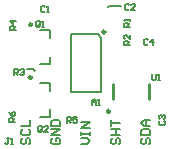
<source format=gto>
G04 Layer_Color=15132400*
%FSLAX25Y25*%
%MOIN*%
G70*
G01*
G75*
%ADD21C,0.00700*%
%ADD22C,0.01000*%
%ADD23C,0.00600*%
%ADD28C,0.00945*%
%ADD29C,0.00984*%
%ADD30C,0.00500*%
%ADD31C,0.00787*%
D21*
X397001Y159499D02*
X396501Y159000D01*
Y158000D01*
X397001Y157500D01*
X397501D01*
X398001Y158000D01*
Y159000D01*
X398500Y159499D01*
X399000D01*
X399500Y159000D01*
Y158000D01*
X399000Y157500D01*
X396501Y160499D02*
X399500D01*
X398001D01*
Y162498D01*
X396501D01*
X399500D01*
X396501Y163498D02*
Y165497D01*
Y164498D01*
X399500D01*
X386501Y157500D02*
X388500D01*
X389500Y158500D01*
X388500Y159499D01*
X386501D01*
Y160499D02*
Y161499D01*
Y160999D01*
X389500D01*
Y160499D01*
Y161499D01*
Y162998D02*
X386501D01*
X389500Y164998D01*
X386501D01*
X377001Y159499D02*
X376501Y159000D01*
Y158000D01*
X377001Y157500D01*
X379000D01*
X379500Y158000D01*
Y159000D01*
X379000Y159499D01*
X378000D01*
Y158500D01*
X379500Y160499D02*
X376501D01*
X379500Y162498D01*
X376501D01*
Y163498D02*
X379500D01*
Y164998D01*
X379000Y165497D01*
X377001D01*
X376501Y164998D01*
Y163498D01*
X407001Y159499D02*
X406501Y159000D01*
Y158000D01*
X407001Y157500D01*
X407501D01*
X408001Y158000D01*
Y159000D01*
X408500Y159499D01*
X409000D01*
X409500Y159000D01*
Y158000D01*
X409000Y157500D01*
X406501Y160499D02*
X409500D01*
Y161999D01*
X409000Y162498D01*
X407001D01*
X406501Y161999D01*
Y160499D01*
X409500Y163498D02*
X407501D01*
X406501Y164498D01*
X407501Y165497D01*
X409500D01*
X408001D01*
Y163498D01*
X367001Y159499D02*
X366501Y159000D01*
Y158000D01*
X367001Y157500D01*
X367501D01*
X368001Y158000D01*
Y159000D01*
X368500Y159499D01*
X369000D01*
X369500Y159000D01*
Y158000D01*
X369000Y157500D01*
X367001Y162498D02*
X366501Y161999D01*
Y160999D01*
X367001Y160499D01*
X369000D01*
X369500Y160999D01*
Y161999D01*
X369000Y162498D01*
X366501Y163498D02*
X369500D01*
Y165497D01*
D22*
X396000Y168500D02*
G03*
X396000Y168500I-500J0D01*
G01*
X409000Y172500D02*
Y177500D01*
X397000Y172500D02*
Y177500D01*
D23*
X410047Y181058D02*
Y179392D01*
X410381Y179059D01*
X411047D01*
X411380Y179392D01*
Y181058D01*
X412047Y179059D02*
X412713D01*
X412380D01*
Y181058D01*
X412047Y180725D01*
X364378Y164886D02*
X362379D01*
Y165885D01*
X362712Y166219D01*
X363378D01*
X363712Y165885D01*
Y164886D01*
Y165552D02*
X364378Y166219D01*
X362379Y168218D02*
X362712Y167552D01*
X363378Y166885D01*
X364045D01*
X364378Y167218D01*
Y167885D01*
X364045Y168218D01*
X363712D01*
X363378Y167885D01*
Y166885D01*
X381701Y164492D02*
Y166491D01*
X382700D01*
X383034Y166158D01*
Y165492D01*
X382700Y165159D01*
X381701D01*
X382367D02*
X383034Y164492D01*
X385033Y166491D02*
X383700D01*
Y165492D01*
X384367Y165825D01*
X384700D01*
X385033Y165492D01*
Y164825D01*
X384700Y164492D01*
X384033D01*
X383700Y164825D01*
X364772Y195595D02*
X362772D01*
Y196594D01*
X363106Y196927D01*
X363772D01*
X364105Y196594D01*
Y195595D01*
Y196261D02*
X364772Y196927D01*
Y198593D02*
X362772D01*
X363772Y197594D01*
Y198927D01*
X363984Y180634D02*
Y182633D01*
X364984D01*
X365317Y182300D01*
Y181633D01*
X364984Y181300D01*
X363984D01*
X364651D02*
X365317Y180634D01*
X365984Y182300D02*
X366317Y182633D01*
X366983D01*
X367317Y182300D01*
Y181967D01*
X366983Y181633D01*
X366650D01*
X366983D01*
X367317Y181300D01*
Y180967D01*
X366983Y180634D01*
X366317D01*
X365984Y180967D01*
X402843Y190476D02*
X400843D01*
Y191476D01*
X401176Y191809D01*
X401843D01*
X402176Y191476D01*
Y190476D01*
Y191143D02*
X402843Y191809D01*
Y193809D02*
Y192476D01*
X401510Y193809D01*
X401176D01*
X400843Y193475D01*
Y192809D01*
X401176Y192476D01*
X402567Y196776D02*
X400568D01*
Y197775D01*
X400901Y198108D01*
X401567D01*
X401900Y197775D01*
Y196776D01*
Y197442D02*
X402567Y198108D01*
Y198775D02*
Y199441D01*
Y199108D01*
X400568D01*
X400901Y198775D01*
X373191Y162069D02*
Y163402D01*
X372858Y163736D01*
X372192D01*
X371858Y163402D01*
Y162069D01*
X372192Y161736D01*
X372858D01*
X372525Y162403D02*
X373191Y161736D01*
X372858D02*
X373191Y162069D01*
X375190Y161736D02*
X373858D01*
X375190Y163069D01*
Y163402D01*
X374857Y163736D01*
X374191D01*
X373858Y163402D01*
X372797Y197109D02*
Y198442D01*
X372464Y198775D01*
X371798D01*
X371465Y198442D01*
Y197109D01*
X371798Y196776D01*
X372464D01*
X372131Y197442D02*
X372797Y196776D01*
X372464D02*
X372797Y197109D01*
X373464Y196776D02*
X374130D01*
X373797D01*
Y198775D01*
X373464Y198442D01*
X362333Y159499D02*
X361666D01*
X362000D01*
Y157833D01*
X361666Y157500D01*
X361333D01*
X361000Y157833D01*
X362999Y157500D02*
X363666D01*
X363333D01*
Y159499D01*
X362999Y159166D01*
X408620Y192166D02*
X408287Y192499D01*
X407621D01*
X407287Y192166D01*
Y190833D01*
X407621Y190500D01*
X408287D01*
X408620Y190833D01*
X410286Y190500D02*
Y192499D01*
X409287Y191500D01*
X410620D01*
X412712Y165431D02*
X412379Y165098D01*
Y164432D01*
X412712Y164098D01*
X414045D01*
X414378Y164432D01*
Y165098D01*
X414045Y165431D01*
X412712Y166098D02*
X412379Y166431D01*
Y167097D01*
X412712Y167431D01*
X413045D01*
X413378Y167097D01*
Y166764D01*
Y167097D01*
X413712Y167431D01*
X414045D01*
X414378Y167097D01*
Y166431D01*
X414045Y166098D01*
X402325Y203954D02*
X401992Y204287D01*
X401325D01*
X400992Y203954D01*
Y202621D01*
X401325Y202287D01*
X401992D01*
X402325Y202621D01*
X404324Y202287D02*
X402991D01*
X404324Y203620D01*
Y203954D01*
X403991Y204287D01*
X403325D01*
X402991Y203954D01*
X374372Y203166D02*
X374039Y203499D01*
X373373D01*
X373039Y203166D01*
Y201833D01*
X373373Y201500D01*
X374039D01*
X374372Y201833D01*
X375039Y201500D02*
X375705D01*
X375372D01*
Y203499D01*
X375039Y203166D01*
X390000Y170500D02*
Y171833D01*
X390666Y172499D01*
X391333Y171833D01*
Y170500D01*
Y171500D01*
X390000D01*
X391999Y170500D02*
X392666D01*
X392333D01*
Y172499D01*
X391999Y172166D01*
D28*
X394472Y195000D02*
G03*
X394472Y195000I-472J0D01*
G01*
D29*
X369949Y197409D02*
G03*
X369949Y197409I-492J0D01*
G01*
Y179764D02*
G03*
X369949Y179764I-492J0D01*
G01*
D30*
X382961Y194146D02*
X391854D01*
X393039Y192961D01*
Y174854D02*
Y192961D01*
X382961Y174854D02*
X393039D01*
X382961D02*
Y194146D01*
D31*
X375953Y184181D02*
Y186779D01*
X372744Y184181D02*
X375953D01*
Y193079D02*
Y195677D01*
X372744D02*
X375953D01*
Y166535D02*
Y169134D01*
X372744Y166535D02*
X375953D01*
Y175433D02*
Y178032D01*
X372744D02*
X375953D01*
X397705Y203681D02*
X399705D01*
X395736D02*
X397736D01*
X395236Y203181D02*
X395736Y203681D01*
X370500Y182500D02*
X371000Y182000D01*
X368500Y182500D02*
X370500D01*
M02*

</source>
